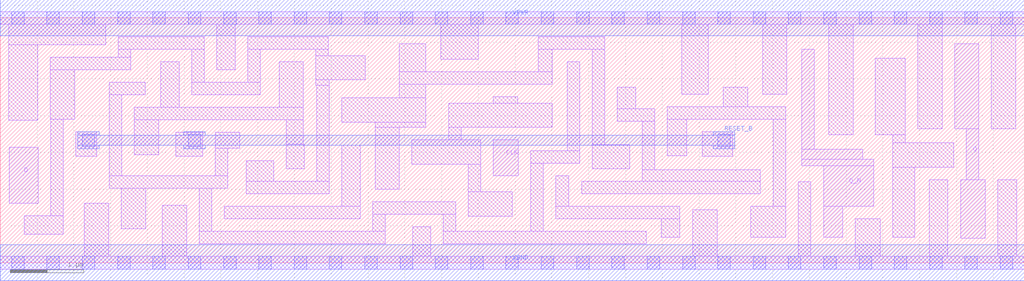
<source format=lef>
# Copyright 2020 The SkyWater PDK Authors
#
# Licensed under the Apache License, Version 2.0 (the "License");
# you may not use this file except in compliance with the License.
# You may obtain a copy of the License at
#
#     https://www.apache.org/licenses/LICENSE-2.0
#
# Unless required by applicable law or agreed to in writing, software
# distributed under the License is distributed on an "AS IS" BASIS,
# WITHOUT WARRANTIES OR CONDITIONS OF ANY KIND, either express or implied.
# See the License for the specific language governing permissions and
# limitations under the License.
#
# SPDX-License-Identifier: Apache-2.0

VERSION 5.7 ;
  NAMESCASESENSITIVE ON ;
  NOWIREEXTENSIONATPIN ON ;
  DIVIDERCHAR "/" ;
  BUSBITCHARS "[]" ;
UNITS
  DATABASE MICRONS 200 ;
END UNITS
MACRO sky130_fd_sc_ls__dfrbp_2
  CLASS CORE ;
  FOREIGN sky130_fd_sc_ls__dfrbp_2 ;
  ORIGIN  0.000000  0.000000 ;
  SIZE  13.92000 BY  3.330000 ;
  SYMMETRY X Y R90 ;
  SITE unit ;
  PIN D
    ANTENNAGATEAREA  0.126000 ;
    DIRECTION INPUT ;
    USE SIGNAL ;
    PORT
      LAYER li1 ;
        RECT 0.125000 0.810000 0.515000 1.570000 ;
    END
  END D
  PIN Q
    ANTENNADIFFAREA  0.543200 ;
    DIRECTION OUTPUT ;
    USE SIGNAL ;
    PORT
      LAYER li1 ;
        RECT 12.975000 1.820000 13.305000 2.980000 ;
        RECT 13.060000 0.330000 13.390000 1.130000 ;
        RECT 13.135000 1.130000 13.305000 1.820000 ;
    END
  END Q
  PIN Q_N
    ANTENNADIFFAREA  0.543200 ;
    DIRECTION OUTPUT ;
    USE SIGNAL ;
    PORT
      LAYER li1 ;
        RECT 10.895000 1.320000 11.875000 1.410000 ;
        RECT 10.895000 1.410000 11.725000 1.540000 ;
        RECT 10.895000 1.540000 11.065000 2.900000 ;
        RECT 11.195000 0.350000 11.455000 0.770000 ;
        RECT 11.195000 0.770000 11.875000 1.320000 ;
    END
  END Q_N
  PIN RESET_B
    ANTENNAGATEAREA  0.378000 ;
    DIRECTION INPUT ;
    USE SIGNAL ;
    PORT
      LAYER met1 ;
        RECT 1.055000 1.550000 1.345000 1.595000 ;
        RECT 1.055000 1.595000 9.985000 1.735000 ;
        RECT 1.055000 1.735000 1.345000 1.780000 ;
        RECT 2.495000 1.550000 2.785000 1.595000 ;
        RECT 2.495000 1.735000 2.785000 1.780000 ;
        RECT 9.695000 1.550000 9.985000 1.595000 ;
        RECT 9.695000 1.735000 9.985000 1.780000 ;
    END
  END RESET_B
  PIN CLK
    ANTENNAGATEAREA  0.279000 ;
    DIRECTION INPUT ;
    USE CLOCK ;
    PORT
      LAYER li1 ;
        RECT 6.705000 1.180000 7.045000 1.670000 ;
    END
  END CLK
  PIN VGND
    DIRECTION INOUT ;
    SHAPE ABUTMENT ;
    USE GROUND ;
    PORT
      LAYER met1 ;
        RECT 0.000000 -0.245000 13.920000 0.245000 ;
    END
  END VGND
  PIN VPWR
    DIRECTION INOUT ;
    SHAPE ABUTMENT ;
    USE POWER ;
    PORT
      LAYER met1 ;
        RECT 0.000000 3.085000 13.920000 3.575000 ;
    END
  END VPWR
  OBS
    LAYER li1 ;
      RECT  0.000000 -0.085000 13.920000 0.085000 ;
      RECT  0.000000  3.245000 13.920000 3.415000 ;
      RECT  0.115000  1.940000  0.510000 2.965000 ;
      RECT  0.115000  2.965000  1.435000 3.245000 ;
      RECT  0.325000  0.390000  0.855000 0.640000 ;
      RECT  0.680000  1.950000  1.010000 2.625000 ;
      RECT  0.680000  2.625000  1.775000 2.795000 ;
      RECT  0.685000  0.640000  0.855000 1.950000 ;
      RECT  1.025000  1.450000  1.315000 1.780000 ;
      RECT  1.145000  0.085000  1.475000 0.810000 ;
      RECT  1.485000  1.015000  3.095000 1.185000 ;
      RECT  1.485000  1.185000  1.655000 2.285000 ;
      RECT  1.485000  2.285000  1.970000 2.455000 ;
      RECT  1.605000  2.795000  1.775000 2.905000 ;
      RECT  1.605000  2.905000  2.775000 3.075000 ;
      RECT  1.645000  0.465000  1.975000 1.015000 ;
      RECT  1.825000  1.470000  2.155000 1.945000 ;
      RECT  1.825000  1.945000  4.120000 2.115000 ;
      RECT  2.185000  2.115000  2.435000 2.735000 ;
      RECT  2.205000  0.085000  2.535000 0.780000 ;
      RECT  2.385000  1.445000  2.755000 1.775000 ;
      RECT  2.605000  2.285000  3.535000 2.455000 ;
      RECT  2.605000  2.455000  2.775000 2.905000 ;
      RECT  2.705000  0.255000  5.235000 0.425000 ;
      RECT  2.705000  0.425000  2.875000 1.015000 ;
      RECT  2.925000  1.185000  3.095000 1.555000 ;
      RECT  2.925000  1.555000  3.255000 1.775000 ;
      RECT  2.945000  2.625000  3.195000 3.245000 ;
      RECT  3.045000  0.595000  4.895000 0.765000 ;
      RECT  3.345000  0.935000  4.475000 1.105000 ;
      RECT  3.345000  1.105000  3.715000 1.385000 ;
      RECT  3.365000  2.455000  3.535000 2.905000 ;
      RECT  3.365000  2.905000  4.460000 3.075000 ;
      RECT  3.790000  2.115000  4.120000 2.735000 ;
      RECT  3.885000  1.275000  4.135000 1.610000 ;
      RECT  3.885000  1.610000  4.120000 1.945000 ;
      RECT  4.290000  2.410000  4.475000 2.485000 ;
      RECT  4.290000  2.485000  4.960000 2.815000 ;
      RECT  4.290000  2.815000  4.460000 2.905000 ;
      RECT  4.305000  1.105000  4.475000 2.410000 ;
      RECT  4.645000  0.765000  4.895000 1.600000 ;
      RECT  4.645000  1.910000  5.785000 2.240000 ;
      RECT  5.065000  0.425000  5.235000 0.660000 ;
      RECT  5.065000  0.660000  6.195000 0.830000 ;
      RECT  5.095000  1.000000  5.425000 1.840000 ;
      RECT  5.095000  1.840000  5.785000 1.910000 ;
      RECT  5.425000  2.240000  5.785000 2.425000 ;
      RECT  5.425000  2.425000  7.505000 2.595000 ;
      RECT  5.425000  2.595000  5.785000 2.980000 ;
      RECT  5.595000  1.340000  6.535000 1.670000 ;
      RECT  5.605000  0.085000  5.855000 0.490000 ;
      RECT  5.990000  2.765000  6.500000 3.245000 ;
      RECT  6.025000  0.255000  8.780000 0.425000 ;
      RECT  6.025000  0.425000  6.195000 0.660000 ;
      RECT  6.095000  1.670000  6.265000 1.840000 ;
      RECT  6.095000  1.840000  7.505000 2.170000 ;
      RECT  6.365000  0.635000  6.960000 0.965000 ;
      RECT  6.365000  0.965000  6.535000 1.340000 ;
      RECT  6.705000  2.170000  7.035000 2.255000 ;
      RECT  7.215000  0.425000  7.385000 1.355000 ;
      RECT  7.215000  1.355000  7.880000 1.525000 ;
      RECT  7.315000  2.595000  7.505000 2.905000 ;
      RECT  7.315000  2.905000  8.220000 3.075000 ;
      RECT  7.555000  0.595000  9.235000 0.765000 ;
      RECT  7.555000  0.765000  7.725000 1.185000 ;
      RECT  7.710000  1.525000  7.880000 2.735000 ;
      RECT  7.905000  0.935000 10.335000 1.105000 ;
      RECT  8.050000  1.275000  8.555000 1.605000 ;
      RECT  8.050000  1.605000  8.220000 2.905000 ;
      RECT  8.390000  1.925000  8.895000 2.095000 ;
      RECT  8.390000  2.095000  8.640000 2.385000 ;
      RECT  8.725000  1.105000 10.335000 1.265000 ;
      RECT  8.725000  1.265000  8.895000 1.925000 ;
      RECT  8.985000  0.350000  9.235000 0.595000 ;
      RECT  9.065000  1.455000  9.330000 1.950000 ;
      RECT  9.065000  1.950000 10.675000 2.120000 ;
      RECT  9.265000  2.290000  9.625000 3.245000 ;
      RECT  9.415000  0.085000  9.745000 0.720000 ;
      RECT  9.540000  1.450000  9.955000 1.780000 ;
      RECT  9.830000  2.120000 10.160000 2.385000 ;
      RECT 10.205000  0.350000 10.675000 0.765000 ;
      RECT 10.365000  2.290000 10.695000 3.245000 ;
      RECT 10.505000  0.765000 10.675000 1.950000 ;
      RECT 10.845000  0.085000 11.015000 1.100000 ;
      RECT 11.265000  1.740000 11.595000 3.245000 ;
      RECT 11.625000  0.085000 11.965000 0.600000 ;
      RECT 11.895000  1.740000 12.305000 2.780000 ;
      RECT 12.135000  0.350000 12.430000 1.300000 ;
      RECT 12.135000  1.300000 12.965000 1.630000 ;
      RECT 12.135000  1.630000 12.305000 1.740000 ;
      RECT 12.475000  1.820000 12.805000 3.245000 ;
      RECT 12.630000  0.085000 12.880000 1.130000 ;
      RECT 13.475000  1.820000 13.805000 3.245000 ;
      RECT 13.560000  0.085000 13.820000 1.130000 ;
    LAYER mcon ;
      RECT  0.155000 -0.085000  0.325000 0.085000 ;
      RECT  0.155000  3.245000  0.325000 3.415000 ;
      RECT  0.635000 -0.085000  0.805000 0.085000 ;
      RECT  0.635000  3.245000  0.805000 3.415000 ;
      RECT  1.115000 -0.085000  1.285000 0.085000 ;
      RECT  1.115000  1.580000  1.285000 1.750000 ;
      RECT  1.115000  3.245000  1.285000 3.415000 ;
      RECT  1.595000 -0.085000  1.765000 0.085000 ;
      RECT  1.595000  3.245000  1.765000 3.415000 ;
      RECT  2.075000 -0.085000  2.245000 0.085000 ;
      RECT  2.075000  3.245000  2.245000 3.415000 ;
      RECT  2.555000 -0.085000  2.725000 0.085000 ;
      RECT  2.555000  1.580000  2.725000 1.750000 ;
      RECT  2.555000  3.245000  2.725000 3.415000 ;
      RECT  3.035000 -0.085000  3.205000 0.085000 ;
      RECT  3.035000  3.245000  3.205000 3.415000 ;
      RECT  3.515000 -0.085000  3.685000 0.085000 ;
      RECT  3.515000  3.245000  3.685000 3.415000 ;
      RECT  3.995000 -0.085000  4.165000 0.085000 ;
      RECT  3.995000  3.245000  4.165000 3.415000 ;
      RECT  4.475000 -0.085000  4.645000 0.085000 ;
      RECT  4.475000  3.245000  4.645000 3.415000 ;
      RECT  4.955000 -0.085000  5.125000 0.085000 ;
      RECT  4.955000  3.245000  5.125000 3.415000 ;
      RECT  5.435000 -0.085000  5.605000 0.085000 ;
      RECT  5.435000  3.245000  5.605000 3.415000 ;
      RECT  5.915000 -0.085000  6.085000 0.085000 ;
      RECT  5.915000  3.245000  6.085000 3.415000 ;
      RECT  6.395000 -0.085000  6.565000 0.085000 ;
      RECT  6.395000  3.245000  6.565000 3.415000 ;
      RECT  6.875000 -0.085000  7.045000 0.085000 ;
      RECT  6.875000  3.245000  7.045000 3.415000 ;
      RECT  7.355000 -0.085000  7.525000 0.085000 ;
      RECT  7.355000  3.245000  7.525000 3.415000 ;
      RECT  7.835000 -0.085000  8.005000 0.085000 ;
      RECT  7.835000  3.245000  8.005000 3.415000 ;
      RECT  8.315000 -0.085000  8.485000 0.085000 ;
      RECT  8.315000  3.245000  8.485000 3.415000 ;
      RECT  8.795000 -0.085000  8.965000 0.085000 ;
      RECT  8.795000  3.245000  8.965000 3.415000 ;
      RECT  9.275000 -0.085000  9.445000 0.085000 ;
      RECT  9.275000  3.245000  9.445000 3.415000 ;
      RECT  9.755000 -0.085000  9.925000 0.085000 ;
      RECT  9.755000  1.580000  9.925000 1.750000 ;
      RECT  9.755000  3.245000  9.925000 3.415000 ;
      RECT 10.235000 -0.085000 10.405000 0.085000 ;
      RECT 10.235000  3.245000 10.405000 3.415000 ;
      RECT 10.715000 -0.085000 10.885000 0.085000 ;
      RECT 10.715000  3.245000 10.885000 3.415000 ;
      RECT 11.195000 -0.085000 11.365000 0.085000 ;
      RECT 11.195000  3.245000 11.365000 3.415000 ;
      RECT 11.675000 -0.085000 11.845000 0.085000 ;
      RECT 11.675000  3.245000 11.845000 3.415000 ;
      RECT 12.155000 -0.085000 12.325000 0.085000 ;
      RECT 12.155000  3.245000 12.325000 3.415000 ;
      RECT 12.635000 -0.085000 12.805000 0.085000 ;
      RECT 12.635000  3.245000 12.805000 3.415000 ;
      RECT 13.115000 -0.085000 13.285000 0.085000 ;
      RECT 13.115000  3.245000 13.285000 3.415000 ;
      RECT 13.595000 -0.085000 13.765000 0.085000 ;
      RECT 13.595000  3.245000 13.765000 3.415000 ;
  END
END sky130_fd_sc_ls__dfrbp_2
END LIBRARY

</source>
